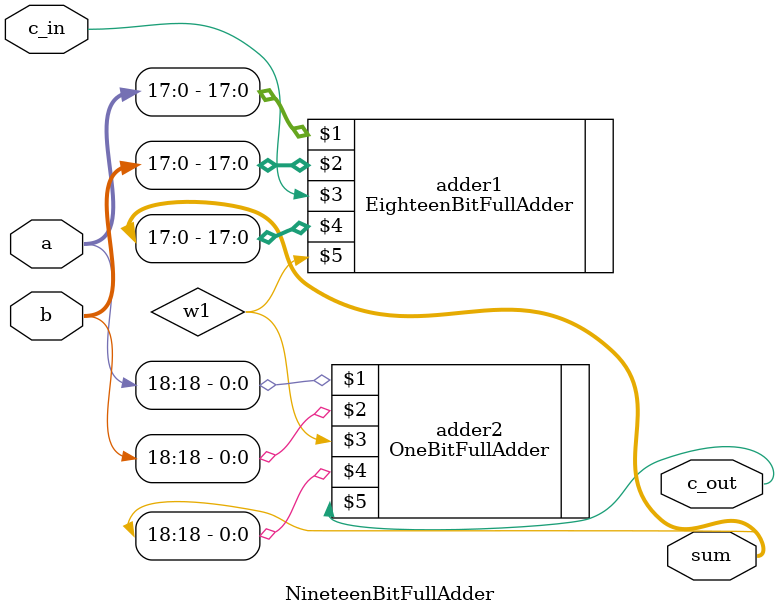
<source format=v>
/* NineteenBitFullAdder.v

By: Jacob Williamson

Module Description:
A nineteen bit full adder module

Inputs:
a [18:0] - the first number to be added
b [18:0] - the second number to be added
c_in - carry in

Outputs:
sum [18:0] - the sum of the two numbers being added
c_out - carry out

*/

module NineteenBitFullAdder(

	input [18:0] a,
	input [18:0] b,
	input c_in,
	output [18:0] sum,
	output c_out
	
);

	wire w1;

	EighteenBitFullAdder adder1(
		a[17:0],
		b[17:0],
		c_in,
		sum[17:0],
		w1
	);
	
	OneBitFullAdder adder2(
		a[18],
		b[18],
		w1,
		sum[18],
		c_out
	);
	
endmodule

</source>
